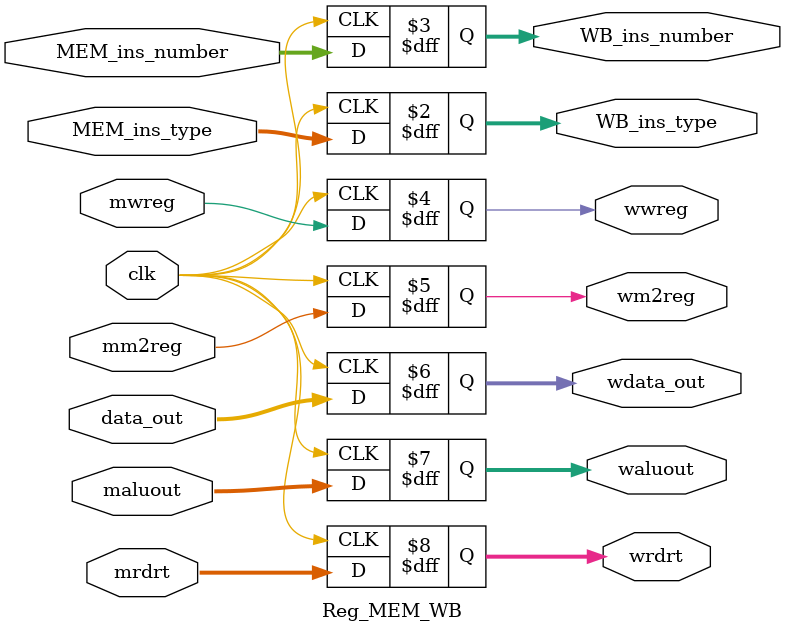
<source format=v>
`timescale 1ns / 1ps
module wb_stage(clk,  mem_destR, mem_aluR, mem_mdata, mem_wreg, mem_m2reg, wb_wreg, 
				wb_dest, wb_destR, MEM_ins_type, MEM_ins_number, WB_ins_type, WB_ins_number);
	input clk;
	input[4:0] mem_destR;
	input[31:0] mem_aluR;
	input[31:0] mem_mdata;
	input mem_wreg;
	input mem_m2reg;
	
	input[3:0] MEM_ins_type;
	input[3:0]	MEM_ins_number;
	output[3:0] WB_ins_type;
	output[3:0] WB_ins_number;
	
	output wb_wreg;
	output[4:0] wb_destR;
	output[31:0] wb_dest;

	wire wm2reg;
	wire [31:0] 	wdata_out,waluout;
	
	assign wb_dest=wm2reg?wdata_out:waluout;
	
	Reg_MEM_WB x_Reg_MEM_WB(clk,	mem_wreg,mem_m2reg,mem_mdata,mem_aluR,mem_destR,	//inputs
											wb_wreg,wm2reg,wdata_out,waluout,wb_destR,		 //outputs
											MEM_ins_type, MEM_ins_number, WB_ins_type, WB_ins_number);	
	

endmodule

module Reg_MEM_WB(clk,	mwreg,mm2reg,data_out,maluout,mrdrt,	//inputs
								wwreg,wm2reg,wdata_out,waluout,wrdrt, //outputs
								MEM_ins_type, MEM_ins_number, WB_ins_type, WB_ins_number);	
	input clk,	mwreg,mm2reg;
	input [31:0]	data_out,maluout;
	input [4:0]		mrdrt;
	
	input[3:0] MEM_ins_type;
	input[3:0]	MEM_ins_number;
	output[3:0] WB_ins_type;
	output[3:0] WB_ins_number;
	
	output wwreg,wm2reg;
	output [31:0]	wdata_out,waluout;
	output [4:0]		wrdrt;	

	reg wwreg,wm2reg;
	reg [31:0]	wdata_out,waluout;
	reg [4:0]		wrdrt;	
	reg[3:0] WB_ins_type;
	reg[3:0] WB_ins_number;
	
	always@(posedge clk)	begin
		wwreg <= mwreg;
		wm2reg <= mm2reg;
		wdata_out <= data_out;
		waluout <= maluout;
		wrdrt <= mrdrt;
		WB_ins_type <= MEM_ins_type;
		WB_ins_number <= MEM_ins_number;
	end
endmodule


</source>
